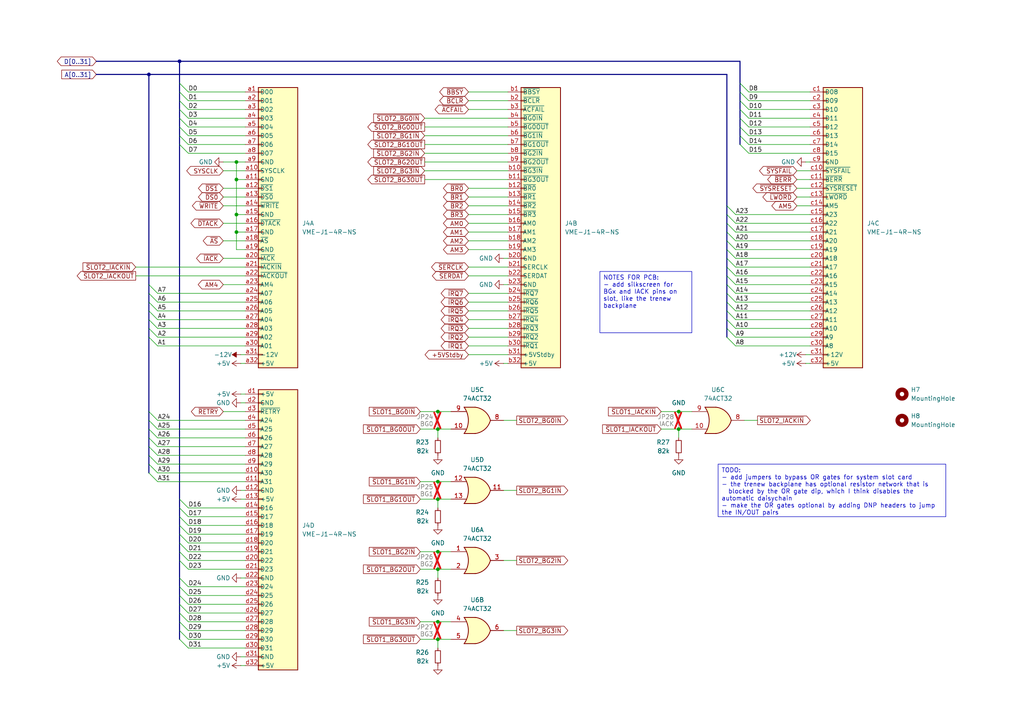
<source format=kicad_sch>
(kicad_sch (version 20231120) (generator "eeschema") (generator_version "8.0")
  (paper "A4")
  (title_block (title "6-Slot Backplane") (rev "1"))
  (lib_symbols
    (symbol "74xx:74LS32" (pin_names (offset 1.016))
      (property "Reference" "U" (at 0 1.27 0))
      (property "Value" "74LS32" (at 0 -1.27 0))
      (symbol "74LS32_1_1"
        (pin input line (at -7.62 2.54 0) (length 4.318) (name "~") (number "1"))
        (pin input line (at -7.62 -2.54 0) (length 4.318) (name "~") (number "2"))
        (pin output line (at 7.62 0 180) (length 3.81) (name "~") (number "3"))
      )
      (symbol "74LS32_1_2"
        (pin input inverted (at -7.62 2.54 0) (length 3.81) (name "~") (number "1"))
        (pin input inverted (at -7.62 -2.54 0) (length 3.81) (name "~") (number "2"))
        (pin output inverted (at 7.62 0 180) (length 3.81) (name "~") (number "3"))
      )
      (symbol "74LS32_2_1"
        (pin input line (at -7.62 2.54 0) (length 4.318) (name "~") (number "4"))
        (pin input line (at -7.62 -2.54 0) (length 4.318) (name "~") (number "5"))
        (pin output line (at 7.62 0 180) (length 3.81) (name "~") (number "6"))
      )
      (symbol "74LS32_2_2"
        (pin input inverted (at -7.62 2.54 0) (length 3.81) (name "~") (number "4"))
        (pin input inverted (at -7.62 -2.54 0) (length 3.81) (name "~") (number "5"))
        (pin output inverted (at 7.62 0 180) (length 3.81) (name "~") (number "6"))
      )
      (symbol "74LS32_3_1"
        (pin input line (at -7.62 -2.54 0) (length 4.318) (name "~") (number "10"))
        (pin output line (at 7.62 0 180) (length 3.81) (name "~") (number "8"))
        (pin input line (at -7.62 2.54 0) (length 4.318) (name "~") (number "9"))
      )
      (symbol "74LS32_3_2"
        (pin input inverted (at -7.62 -2.54 0) (length 3.81) (name "~") (number "10"))
        (pin output inverted (at 7.62 0 180) (length 3.81) (name "~") (number "8"))
        (pin input inverted (at -7.62 2.54 0) (length 3.81) (name "~") (number "9"))
      )
      (symbol "74LS32_4_1"
        (pin output line (at 7.62 0 180) (length 3.81) (name "~") (number "11"))
        (pin input line (at -7.62 2.54 0) (length 4.318) (name "~") (number "12"))
        (pin input line (at -7.62 -2.54 0) (length 4.318) (name "~") (number "13"))
      )
      (symbol "74LS32_4_2"
        (pin output inverted (at 7.62 0 180) (length 3.81) (name "~") (number "11"))
        (pin input inverted (at -7.62 2.54 0) (length 3.81) (name "~") (number "12"))
        (pin input inverted (at -7.62 -2.54 0) (length 3.81) (name "~") (number "13"))
      )
      (symbol "74LS32_5_0"
        (pin power_in line (at 0 12.7 270) (length 5.08) (name "VCC") (number "14"))
        (pin power_in line (at 0 -12.7 90) (length 5.08) (name "GND") (number "7"))
      )
    )
    (symbol "Computie_Connectors:VME64-J1-4R-NS"
      (property "Reference" "U" (at 0 40.64 0))
      (property "Value" "VME-J1-4R-NS" (at 0 40.64 0))
      (symbol "VME64-J1-4R-NS_1_1"
        (pin bidirectional line (at -5.08 38.1 0) (length 3.81) (name "D00") (number "a1"))
        (pin input line (at -5.08 15.24 0) (length 3.81) (name "SYSCLK") (number "a10"))
        (pin power_in line (at -5.08 12.7 0) (length 3.81) (name "GND") (number "a11"))
        (pin bidirectional line (at -5.08 10.16 0) (length 3.81) (name "~{DS1}") (number "a12"))
        (pin bidirectional line (at -5.08 7.62 0) (length 3.81) (name "~{DS0}") (number "a13"))
        (pin bidirectional line (at -5.08 5.08 0) (length 3.81) (name "~{WRITE}") (number "a14"))
        (pin power_in line (at -5.08 2.54 0) (length 3.81) (name "GND") (number "a15"))
        (pin bidirectional line (at -5.08 0 0) (length 3.81) (name "~{DTACK}") (number "a16"))
        (pin power_in line (at -5.08 -2.54 0) (length 3.81) (name "GND") (number "a17"))
        (pin bidirectional line (at -5.08 -5.08 0) (length 3.81) (name "~{AS}") (number "a18"))
        (pin power_in line (at -5.08 -7.62 0) (length 3.81) (name "GND") (number "a19"))
        (pin bidirectional line (at -5.08 35.56 0) (length 3.81) (name "D01") (number "a2"))
        (pin bidirectional line (at -5.08 -10.16 0) (length 3.81) (name "~{IACK}") (number "a20"))
        (pin output line (at -5.08 -12.7 0) (length 3.81) (name "~{IACKIN}") (number "a21"))
        (pin input line (at -5.08 -15.24 0) (length 3.81) (name "~{IACKOUT}") (number "a22"))
        (pin bidirectional line (at -5.08 -17.78 0) (length 3.81) (name "AM4") (number "a23"))
        (pin bidirectional line (at -5.08 -20.32 0) (length 3.81) (name "A07") (number "a24"))
        (pin bidirectional line (at -5.08 -22.86 0) (length 3.81) (name "A06") (number "a25"))
        (pin bidirectional line (at -5.08 -25.4 0) (length 3.81) (name "A05") (number "a26"))
        (pin bidirectional line (at -5.08 -27.94 0) (length 3.81) (name "A04") (number "a27"))
        (pin bidirectional line (at -5.08 -30.48 0) (length 3.81) (name "A03") (number "a28"))
        (pin bidirectional line (at -5.08 -33.02 0) (length 3.81) (name "A02") (number "a29"))
        (pin bidirectional line (at -5.08 33.02 0) (length 3.81) (name "D02") (number "a3"))
        (pin bidirectional line (at -5.08 -35.56 0) (length 3.81) (name "A01") (number "a30"))
        (pin power_in line (at -5.08 -38.1 0) (length 3.81) (name "-12V") (number "a31"))
        (pin power_in line (at -5.08 -40.64 0) (length 3.81) (name "+5V") (number "a32"))
        (pin bidirectional line (at -5.08 30.48 0) (length 3.81) (name "D03") (number "a4"))
        (pin bidirectional line (at -5.08 27.94 0) (length 3.81) (name "D04") (number "a5"))
        (pin bidirectional line (at -5.08 25.4 0) (length 3.81) (name "D05") (number "a6"))
        (pin bidirectional line (at -5.08 22.86 0) (length 3.81) (name "D06") (number "a7"))
        (pin bidirectional line (at -5.08 20.32 0) (length 3.81) (name "D07") (number "a8"))
        (pin power_in line (at -5.08 17.78 0) (length 3.81) (name "GND") (number "a9"))
      )
      (symbol "VME64-J1-4R-NS_2_1"
        (pin bidirectional line (at -5.08 38.1 0) (length 3.81) (name "~{BBSY}") (number "b1"))
        (pin output line (at -5.08 15.24 0) (length 3.81) (name "~{BG3IN}") (number "b10"))
        (pin input line (at -5.08 12.7 0) (length 3.81) (name "~{BG3OUT}") (number "b11"))
        (pin bidirectional line (at -5.08 10.16 0) (length 3.81) (name "~{BR0}") (number "b12"))
        (pin bidirectional line (at -5.08 7.62 0) (length 3.81) (name "~{BR1}") (number "b13"))
        (pin bidirectional line (at -5.08 5.08 0) (length 3.81) (name "~{BR2}") (number "b14"))
        (pin bidirectional line (at -5.08 2.54 0) (length 3.81) (name "~{BR3}") (number "b15"))
        (pin bidirectional line (at -5.08 0 0) (length 3.81) (name "AM0") (number "b16"))
        (pin bidirectional line (at -5.08 -2.54 0) (length 3.81) (name "AM1") (number "b17"))
        (pin bidirectional line (at -5.08 -5.08 0) (length 3.81) (name "AM2") (number "b18"))
        (pin bidirectional line (at -5.08 -7.62 0) (length 3.81) (name "AM3") (number "b19"))
        (pin bidirectional line (at -5.08 35.56 0) (length 3.81) (name "~{BCLR}") (number "b2"))
        (pin power_in line (at -5.08 -10.16 0) (length 3.81) (name "GND") (number "b20"))
        (pin bidirectional line (at -5.08 -12.7 0) (length 3.81) (name "SERCLK") (number "b21"))
        (pin bidirectional line (at -5.08 -15.24 0) (length 3.81) (name "SERDAT") (number "b22"))
        (pin power_in line (at -5.08 -17.78 0) (length 3.81) (name "GND") (number "b23"))
        (pin bidirectional line (at -5.08 -20.32 0) (length 3.81) (name "~{IRQ7}") (number "b24"))
        (pin bidirectional line (at -5.08 -22.86 0) (length 3.81) (name "~{IRQ6}") (number "b25"))
        (pin bidirectional line (at -5.08 -25.4 0) (length 3.81) (name "~{IRQ5}") (number "b26"))
        (pin bidirectional line (at -5.08 -27.94 0) (length 3.81) (name "~{IRQ4}") (number "b27"))
        (pin bidirectional line (at -5.08 -30.48 0) (length 3.81) (name "~{IRQ3}") (number "b28"))
        (pin bidirectional line (at -5.08 -33.02 0) (length 3.81) (name "~{IRQ2}") (number "b29"))
        (pin input line (at -5.08 33.02 0) (length 3.81) (name "~{ACFAIL}") (number "b3"))
        (pin bidirectional line (at -5.08 -35.56 0) (length 3.81) (name "~{IRQ1}") (number "b30"))
        (pin power_in line (at -5.08 -38.1 0) (length 3.81) (name "+5VStdby") (number "b31"))
        (pin power_in line (at -5.08 -40.64 0) (length 3.81) (name "+5V") (number "b32"))
        (pin output line (at -5.08 30.48 0) (length 3.81) (name "~{BG0IN}") (number "b4"))
        (pin input line (at -5.08 27.94 0) (length 3.81) (name "~{BG0OUT}") (number "b5"))
        (pin output line (at -5.08 25.4 0) (length 3.81) (name "~{BG1IN}") (number "b6"))
        (pin input line (at -5.08 22.86 0) (length 3.81) (name "~{BG1OUT}") (number "b7"))
        (pin output line (at -5.08 20.32 0) (length 3.81) (name "~{BG2IN}") (number "b8"))
        (pin input line (at -5.08 17.78 0) (length 3.81) (name "~{BG2OUT}") (number "b9"))
      )
      (symbol "VME64-J1-4R-NS_3_1"
        (pin bidirectional line (at -5.08 38.1 0) (length 3.81) (name "D08") (number "c1"))
        (pin bidirectional line (at -5.08 15.24 0) (length 3.81) (name "~{SYSFAIL}") (number "c10"))
        (pin bidirectional line (at -5.08 12.7 0) (length 3.81) (name "~{BERR}") (number "c11"))
        (pin bidirectional line (at -5.08 10.16 0) (length 3.81) (name "~{SYSRESET}") (number "c12"))
        (pin bidirectional line (at -5.08 7.62 0) (length 3.81) (name "~{LWORD}") (number "c13"))
        (pin bidirectional line (at -5.08 5.08 0) (length 3.81) (name "AM5") (number "c14"))
        (pin bidirectional line (at -5.08 2.54 0) (length 3.81) (name "A23") (number "c15"))
        (pin bidirectional line (at -5.08 0 0) (length 3.81) (name "A22") (number "c16"))
        (pin bidirectional line (at -5.08 -2.54 0) (length 3.81) (name "A21") (number "c17"))
        (pin bidirectional line (at -5.08 -5.08 0) (length 3.81) (name "A20") (number "c18"))
        (pin bidirectional line (at -5.08 -7.62 0) (length 3.81) (name "A19") (number "c19"))
        (pin bidirectional line (at -5.08 35.56 0) (length 3.81) (name "D09") (number "c2"))
        (pin bidirectional line (at -5.08 -10.16 0) (length 3.81) (name "A18") (number "c20"))
        (pin bidirectional line (at -5.08 -12.7 0) (length 3.81) (name "A17") (number "c21"))
        (pin bidirectional line (at -5.08 -15.24 0) (length 3.81) (name "A16") (number "c22"))
        (pin bidirectional line (at -5.08 -17.78 0) (length 3.81) (name "A15") (number "c23"))
        (pin bidirectional line (at -5.08 -20.32 0) (length 3.81) (name "A14") (number "c24"))
        (pin bidirectional line (at -5.08 -22.86 0) (length 3.81) (name "A13") (number "c25"))
        (pin bidirectional line (at -5.08 -25.4 0) (length 3.81) (name "A12") (number "c26"))
        (pin bidirectional line (at -5.08 -27.94 0) (length 3.81) (name "A11") (number "c27"))
        (pin bidirectional line (at -5.08 -30.48 0) (length 3.81) (name "A10") (number "c28"))
        (pin bidirectional line (at -5.08 -33.02 0) (length 3.81) (name "A9") (number "c29"))
        (pin bidirectional line (at -5.08 33.02 0) (length 3.81) (name "D10") (number "c3"))
        (pin bidirectional line (at -5.08 -35.56 0) (length 3.81) (name "A8") (number "c30"))
        (pin power_in line (at -5.08 -38.1 0) (length 3.81) (name "+12V") (number "c31"))
        (pin power_in line (at -5.08 -40.64 0) (length 3.81) (name "+5V") (number "c32"))
        (pin bidirectional line (at -5.08 30.48 0) (length 3.81) (name "D11") (number "c4"))
        (pin bidirectional line (at -5.08 27.94 0) (length 3.81) (name "D12") (number "c5"))
        (pin bidirectional line (at -5.08 25.4 0) (length 3.81) (name "D13") (number "c6"))
        (pin bidirectional line (at -5.08 22.86 0) (length 3.81) (name "D14") (number "c7"))
        (pin bidirectional line (at -5.08 20.32 0) (length 3.81) (name "D15") (number "c8"))
        (pin power_in line (at -5.08 17.78 0) (length 3.81) (name "GND") (number "c9"))
      )
      (symbol "VME64-J1-4R-NS_4_1"
        (pin power_in line (at -5.08 38.1 0) (length 3.81) (name "+5V") (number "d1"))
        (pin bidirectional line (at -5.08 15.24 0) (length 3.81) (name "A30") (number "d10"))
        (pin bidirectional line (at -5.08 12.7 0) (length 3.81) (name "A31") (number "d11"))
        (pin power_in line (at -5.08 10.16 0) (length 3.81) (name "GND") (number "d12"))
        (pin power_in line (at -5.08 7.62 0) (length 3.81) (name "+5V") (number "d13"))
        (pin bidirectional line (at -5.08 5.08 0) (length 3.81) (name "D16") (number "d14"))
        (pin bidirectional line (at -5.08 2.54 0) (length 3.81) (name "D17") (number "d15"))
        (pin bidirectional line (at -5.08 0 0) (length 3.81) (name "D18") (number "d16"))
        (pin bidirectional line (at -5.08 -2.54 0) (length 3.81) (name "D19") (number "d17"))
        (pin bidirectional line (at -5.08 -5.08 0) (length 3.81) (name "D20") (number "d18"))
        (pin bidirectional line (at -5.08 -7.62 0) (length 3.81) (name "D21") (number "d19"))
        (pin power_in line (at -5.08 35.56 0) (length 3.81) (name "GND") (number "d2"))
        (pin bidirectional line (at -5.08 -10.16 0) (length 3.81) (name "D22") (number "d20"))
        (pin bidirectional line (at -5.08 -12.7 0) (length 3.81) (name "D23") (number "d21"))
        (pin power_in line (at -5.08 -15.24 0) (length 3.81) (name "GND") (number "d22"))
        (pin bidirectional line (at -5.08 -17.78 0) (length 3.81) (name "D24") (number "d23"))
        (pin bidirectional line (at -5.08 -20.32 0) (length 3.81) (name "D25") (number "d24"))
        (pin bidirectional line (at -5.08 -22.86 0) (length 3.81) (name "D26") (number "d25"))
        (pin bidirectional line (at -5.08 -25.4 0) (length 3.81) (name "D27") (number "d26"))
        (pin bidirectional line (at -5.08 -27.94 0) (length 3.81) (name "D28") (number "d27"))
        (pin bidirectional line (at -5.08 -30.48 0) (length 3.81) (name "D29") (number "d28"))
        (pin bidirectional line (at -5.08 -33.02 0) (length 3.81) (name "D30") (number "d29"))
        (pin bidirectional line (at -5.08 33.02 0) (length 3.81) (name "~{RETRY}") (number "d3"))
        (pin bidirectional line (at -5.08 -35.56 0) (length 3.81) (name "D31") (number "d30"))
        (pin power_in line (at -5.08 -38.1 0) (length 3.81) (name "GND") (number "d31"))
        (pin power_in line (at -5.08 -40.64 0) (length 3.81) (name "+5V") (number "d32"))
        (pin bidirectional line (at -5.08 30.48 0) (length 3.81) (name "A24") (number "d4"))
        (pin bidirectional line (at -5.08 27.94 0) (length 3.81) (name "A25") (number "d5"))
        (pin bidirectional line (at -5.08 25.4 0) (length 3.81) (name "A26") (number "d6"))
        (pin bidirectional line (at -5.08 22.86 0) (length 3.81) (name "A27") (number "d7"))
        (pin bidirectional line (at -5.08 20.32 0) (length 3.81) (name "A28") (number "d8"))
        (pin bidirectional line (at -5.08 17.78 0) (length 3.81) (name "A29") (number "d9"))
      )
    )
    (symbol "Device:R_Small" (pin_numbers hide) (pin_names (offset 0.254) hide)
      (property "Reference" "R" (at 0.762 0.508 0))
      (property "Value" "R_Small" (at 0.762 -1.016 0))
      (symbol "R_Small_1_1"
        (pin passive line (at 0 2.54 270) (length 0.762) (name "~") (number "1"))
        (pin passive line (at 0 -2.54 90) (length 0.762) (name "~") (number "2"))
      )
    )
    (symbol "Jumper:Jumper_2_Small_Bridged" (pin_numbers hide) (pin_names (offset 0) hide) (exclude_from_sim yes)
      (property "Reference" "JP" (at 0 2.032 0))
      (property "Value" "Jumper_2_Small_Bridged" (at 0 -2.286 0))
      (symbol "Jumper_2_Small_Bridged_1_1"
        (pin passive line (at -2.54 0 0) (length 1.27) (name "A") (number "1"))
        (pin passive line (at 2.54 0 180) (length 1.27) (name "B") (number "2"))
      )
    )
    (symbol "Mechanical:MountingHole" (pin_names (offset 1.016))
      (property "Reference" "H" (at 0 5.08 0))
      (property "Value" "MountingHole" (at 0 3.175 0))
    )
    (symbol "power:+12V" (power) (pin_numbers hide) (pin_names (offset 0) hide)
      (property "Value" "+12V" (at 0 3.556 0))
      (symbol "+12V_1_1"
        (pin power_in line (at 0 0 90) (length 0) (name "~") (number "1"))
      )
    )
    (symbol "power:+5V" (power) (pin_numbers hide) (pin_names (offset 0) hide)
      (property "Value" "+5V" (at 0 3.556 0))
      (symbol "+5V_1_1"
        (pin power_in line (at 0 0 90) (length 0) (name "~") (number "1"))
      )
    )
    (symbol "power:-12V" (power) (pin_numbers hide) (pin_names (offset 0) hide)
      (property "Value" "-12V" (at 0 3.556 0))
      (symbol "-12V_0_0"
        (pin power_in line (at 0 0 90) (length 0) (name "~") (number "1"))
      )
    )
    (symbol "power:GND" (power) (pin_names (offset 0))
      (property "Value" "GND" (at 0 -3.81 0))
      (symbol "GND_1_1"
        (pin power_in line (at 0 0 270) (length 0) hide (name "GND") (number "1"))
      )
    )
  )
  (junction (at 127 124.46))
  (junction (at 68.58 62.23))
  (junction (at 196.85 119.38))
  (junction (at 127 139.7))
  (junction (at 127 119.38))
  (junction (at 43.18 21.59))
  (junction (at 68.58 46.99))
  (junction (at 127 180.34))
  (junction (at 127 144.78))
  (junction (at 68.58 52.07))
  (junction (at 127 185.42))
  (junction (at 68.58 67.31))
  (junction (at 196.85 124.46))
  (junction (at 127 165.1))
  (junction (at 127 160.02))
  (junction (at 52.07 17.78))
  (bus_entry (at 54.61 185.42) (size -2.54 -2.54))
  (bus_entry (at 54.61 36.83) (size -2.54 -2.54))
  (bus_entry (at 54.61 187.96) (size -2.54 -2.54))
  (bus_entry (at 213.36 95.25) (size -2.54 -2.54))
  (bus_entry (at 54.61 157.48) (size -2.54 -2.54))
  (bus_entry (at 54.61 149.86) (size -2.54 -2.54))
  (bus_entry (at 45.72 139.7) (size -2.54 -2.54))
  (bus_entry (at 45.72 132.08) (size -2.54 -2.54))
  (bus_entry (at 213.36 90.17) (size -2.54 -2.54))
  (bus_entry (at 213.36 72.39) (size -2.54 -2.54))
  (bus_entry (at 213.36 92.71) (size -2.54 -2.54))
  (bus_entry (at 45.72 137.16) (size -2.54 -2.54))
  (bus_entry (at 45.72 100.33) (size -2.54 -2.54))
  (bus_entry (at 217.17 29.21) (size -2.54 -2.54))
  (bus_entry (at 54.61 180.34) (size -2.54 -2.54))
  (bus_entry (at 54.61 147.32) (size -2.54 -2.54))
  (bus_entry (at 45.72 85.09) (size -2.54 -2.54))
  (bus_entry (at 213.36 69.85) (size -2.54 -2.54))
  (bus_entry (at 213.36 80.01) (size -2.54 -2.54))
  (bus_entry (at 213.36 74.93) (size -2.54 -2.54))
  (bus_entry (at 54.61 172.72) (size -2.54 -2.54))
  (bus_entry (at 54.61 26.67) (size -2.54 -2.54))
  (bus_entry (at 213.36 62.23) (size -2.54 -2.54))
  (bus_entry (at 54.61 41.91) (size -2.54 -2.54))
  (bus_entry (at 45.72 87.63) (size -2.54 -2.54))
  (bus_entry (at 54.61 39.37) (size -2.54 -2.54))
  (bus_entry (at 217.17 39.37) (size -2.54 -2.54))
  (bus_entry (at 45.72 97.79) (size -2.54 -2.54))
  (bus_entry (at 217.17 44.45) (size -2.54 -2.54))
  (bus_entry (at 45.72 134.62) (size -2.54 -2.54))
  (bus_entry (at 54.61 31.75) (size -2.54 -2.54))
  (bus_entry (at 213.36 82.55) (size -2.54 -2.54))
  (bus_entry (at 45.72 95.25) (size -2.54 -2.54))
  (bus_entry (at 45.72 92.71) (size -2.54 -2.54))
  (bus_entry (at 213.36 100.33) (size -2.54 -2.54))
  (bus_entry (at 217.17 31.75) (size -2.54 -2.54))
  (bus_entry (at 54.61 160.02) (size -2.54 -2.54))
  (bus_entry (at 54.61 165.1) (size -2.54 -2.54))
  (bus_entry (at 54.61 44.45) (size -2.54 -2.54))
  (bus_entry (at 54.61 154.94) (size -2.54 -2.54))
  (bus_entry (at 54.61 182.88) (size -2.54 -2.54))
  (bus_entry (at 54.61 175.26) (size -2.54 -2.54))
  (bus_entry (at 213.36 87.63) (size -2.54 -2.54))
  (bus_entry (at 217.17 36.83) (size -2.54 -2.54))
  (bus_entry (at 213.36 67.31) (size -2.54 -2.54))
  (bus_entry (at 54.61 177.8) (size -2.54 -2.54))
  (bus_entry (at 213.36 77.47) (size -2.54 -2.54))
  (bus_entry (at 54.61 34.29) (size -2.54 -2.54))
  (bus_entry (at 217.17 26.67) (size -2.54 -2.54))
  (bus_entry (at 45.72 127) (size -2.54 -2.54))
  (bus_entry (at 217.17 34.29) (size -2.54 -2.54))
  (bus_entry (at 45.72 129.54) (size -2.54 -2.54))
  (bus_entry (at 54.61 152.4) (size -2.54 -2.54))
  (bus_entry (at 217.17 41.91) (size -2.54 -2.54))
  (bus_entry (at 54.61 170.18) (size -2.54 -2.54))
  (bus_entry (at 54.61 29.21) (size -2.54 -2.54))
  (bus_entry (at 213.36 64.77) (size -2.54 -2.54))
  (bus_entry (at 213.36 85.09) (size -2.54 -2.54))
  (bus_entry (at 54.61 162.56) (size -2.54 -2.54))
  (bus_entry (at 45.72 90.17) (size -2.54 -2.54))
  (bus_entry (at 45.72 124.46) (size -2.54 -2.54))
  (bus_entry (at 213.36 97.79) (size -2.54 -2.54))
  (bus_entry (at 45.72 121.92) (size -2.54 -2.54))
  (wire (pts (xy 64.77 54.61) (xy 71.12 54.61)))
  (wire (pts (xy 123.19 34.29) (xy 147.32 34.29)))
  (bus (pts (xy 210.82 82.55) (xy 210.82 85.09)))
  (bus (pts (xy 43.18 92.71) (xy 43.18 90.17)))
  (bus (pts (xy 52.07 34.29) (xy 52.07 36.83)))
  (wire (pts (xy 127 185.42) (xy 127 187.96)))
  (wire (pts (xy 217.17 26.67) (xy 234.95 26.67)))
  (wire (pts (xy 231.14 54.61) (xy 234.95 54.61)))
  (wire (pts (xy 54.61 160.02) (xy 71.12 160.02)))
  (bus (pts (xy 210.82 59.69) (xy 210.82 62.23)))
  (wire (pts (xy 213.36 69.85) (xy 234.95 69.85)))
  (bus (pts (xy 52.07 175.26) (xy 52.07 177.8)))
  (wire (pts (xy 213.36 87.63) (xy 234.95 87.63)))
  (wire (pts (xy 135.89 69.85) (xy 147.32 69.85)))
  (bus (pts (xy 52.07 172.72) (xy 52.07 175.26)))
  (bus (pts (xy 210.82 64.77) (xy 210.82 67.31)))
  (wire (pts (xy 71.12 67.31) (xy 68.58 67.31)))
  (bus (pts (xy 214.63 34.29) (xy 214.63 36.83)))
  (wire (pts (xy 121.92 180.34) (xy 127 180.34)))
  (wire (pts (xy 45.72 139.7) (xy 71.12 139.7)))
  (bus (pts (xy 52.07 31.75) (xy 52.07 34.29)))
  (wire (pts (xy 54.61 187.96) (xy 71.12 187.96)))
  (wire (pts (xy 64.77 119.38) (xy 71.12 119.38)))
  (wire (pts (xy 213.36 77.47) (xy 234.95 77.47)))
  (bus (pts (xy 52.07 149.86) (xy 52.07 152.4)))
  (wire (pts (xy 69.85 102.87) (xy 71.12 102.87)))
  (wire (pts (xy 54.61 39.37) (xy 71.12 39.37)))
  (wire (pts (xy 123.19 46.99) (xy 147.32 46.99)))
  (wire (pts (xy 127 139.7) (xy 130.81 139.7)))
  (wire (pts (xy 64.77 69.85) (xy 71.12 69.85)))
  (wire (pts (xy 146.05 162.56) (xy 149.86 162.56)))
  (wire (pts (xy 135.89 90.17) (xy 147.32 90.17)))
  (wire (pts (xy 54.61 182.88) (xy 71.12 182.88)))
  (wire (pts (xy 64.77 57.15) (xy 71.12 57.15)))
  (wire (pts (xy 45.72 124.46) (xy 71.12 124.46)))
  (bus (pts (xy 210.82 95.25) (xy 210.82 97.79)))
  (wire (pts (xy 69.85 193.04) (xy 71.12 193.04)))
  (wire (pts (xy 45.72 137.16) (xy 71.12 137.16)))
  (wire (pts (xy 146.05 82.55) (xy 147.32 82.55)))
  (wire (pts (xy 45.72 129.54) (xy 71.12 129.54)))
  (wire (pts (xy 135.89 31.75) (xy 147.32 31.75)))
  (bus (pts (xy 214.63 39.37) (xy 214.63 41.91)))
  (wire (pts (xy 135.89 26.67) (xy 147.32 26.67)))
  (wire (pts (xy 217.17 34.29) (xy 234.95 34.29)))
  (bus (pts (xy 214.63 29.21) (xy 214.63 31.75)))
  (wire (pts (xy 213.36 100.33) (xy 234.95 100.33)))
  (wire (pts (xy 231.14 52.07) (xy 234.95 52.07)))
  (bus (pts (xy 43.18 85.09) (xy 43.18 87.63)))
  (bus (pts (xy 214.63 17.78) (xy 214.63 24.13)))
  (wire (pts (xy 45.72 97.79) (xy 71.12 97.79)))
  (bus (pts (xy 52.07 170.18) (xy 52.07 172.72)))
  (bus (pts (xy 52.07 36.83) (xy 52.07 39.37)))
  (wire (pts (xy 64.77 82.55) (xy 71.12 82.55)))
  (wire (pts (xy 127 144.78) (xy 127 147.32)))
  (wire (pts (xy 71.12 190.5) (xy 69.85 190.5)))
  (wire (pts (xy 127 180.34) (xy 130.81 180.34)))
  (bus (pts (xy 43.18 95.25) (xy 43.18 92.71)))
  (wire (pts (xy 231.14 49.53) (xy 234.95 49.53)))
  (bus (pts (xy 52.07 147.32) (xy 52.07 149.86)))
  (wire (pts (xy 39.37 77.47) (xy 71.12 77.47)))
  (bus (pts (xy 52.07 39.37) (xy 52.07 41.91)))
  (wire (pts (xy 215.9 121.92) (xy 219.71 121.92)))
  (bus (pts (xy 210.82 21.59) (xy 210.82 59.69)))
  (wire (pts (xy 45.72 95.25) (xy 71.12 95.25)))
  (wire (pts (xy 71.12 116.84) (xy 69.85 116.84)))
  (wire (pts (xy 69.85 114.3) (xy 71.12 114.3)))
  (bus (pts (xy 210.82 62.23) (xy 210.82 64.77)))
  (wire (pts (xy 217.17 39.37) (xy 234.95 39.37)))
  (bus (pts (xy 214.63 24.13) (xy 214.63 26.67)))
  (bus (pts (xy 214.63 31.75) (xy 214.63 34.29)))
  (wire (pts (xy 68.58 46.99) (xy 68.58 52.07)))
  (wire (pts (xy 69.85 142.24) (xy 71.12 142.24)))
  (bus (pts (xy 52.07 180.34) (xy 52.07 182.88)))
  (bus (pts (xy 52.07 177.8) (xy 52.07 180.34)))
  (wire (pts (xy 233.68 105.41) (xy 234.95 105.41)))
  (bus (pts (xy 52.07 182.88) (xy 52.07 185.42)))
  (wire (pts (xy 146.05 182.88) (xy 149.86 182.88)))
  (wire (pts (xy 135.89 97.79) (xy 147.32 97.79)))
  (wire (pts (xy 68.58 52.07) (xy 68.58 62.23)))
  (wire (pts (xy 135.89 57.15) (xy 147.32 57.15)))
  (wire (pts (xy 135.89 54.61) (xy 147.32 54.61)))
  (wire (pts (xy 69.85 167.64) (xy 71.12 167.64)))
  (wire (pts (xy 213.36 74.93) (xy 234.95 74.93)))
  (wire (pts (xy 54.61 147.32) (xy 71.12 147.32)))
  (wire (pts (xy 121.92 160.02) (xy 127 160.02)))
  (wire (pts (xy 54.61 31.75) (xy 71.12 31.75)))
  (bus (pts (xy 43.18 134.62) (xy 43.18 137.16)))
  (wire (pts (xy 54.61 44.45) (xy 71.12 44.45)))
  (wire (pts (xy 71.12 52.07) (xy 68.58 52.07)))
  (wire (pts (xy 54.61 172.72) (xy 71.12 172.72)))
  (wire (pts (xy 135.89 102.87) (xy 147.32 102.87)))
  (wire (pts (xy 135.89 95.25) (xy 147.32 95.25)))
  (wire (pts (xy 121.92 165.1) (xy 127 165.1)))
  (wire (pts (xy 217.17 29.21) (xy 234.95 29.21)))
  (bus (pts (xy 52.07 144.78) (xy 52.07 147.32)))
  (wire (pts (xy 217.17 31.75) (xy 234.95 31.75)))
  (bus (pts (xy 52.07 162.56) (xy 52.07 167.64)))
  (bus (pts (xy 27.94 21.59) (xy 43.18 21.59)))
  (wire (pts (xy 45.72 132.08) (xy 71.12 132.08)))
  (bus (pts (xy 210.82 67.31) (xy 210.82 69.85)))
  (wire (pts (xy 45.72 87.63) (xy 71.12 87.63)))
  (wire (pts (xy 213.36 72.39) (xy 234.95 72.39)))
  (wire (pts (xy 127 124.46) (xy 130.81 124.46)))
  (wire (pts (xy 64.77 59.69) (xy 71.12 59.69)))
  (bus (pts (xy 210.82 92.71) (xy 210.82 95.25)))
  (wire (pts (xy 123.19 39.37) (xy 147.32 39.37)))
  (wire (pts (xy 127 160.02) (xy 130.81 160.02)))
  (wire (pts (xy 123.19 41.91) (xy 147.32 41.91)))
  (wire (pts (xy 146.05 105.41) (xy 147.32 105.41)))
  (wire (pts (xy 45.72 121.92) (xy 71.12 121.92)))
  (wire (pts (xy 45.72 100.33) (xy 71.12 100.33)))
  (wire (pts (xy 213.36 85.09) (xy 234.95 85.09)))
  (bus (pts (xy 43.18 82.55) (xy 43.18 85.09)))
  (wire (pts (xy 45.72 85.09) (xy 71.12 85.09)))
  (wire (pts (xy 191.77 124.46) (xy 196.85 124.46)))
  (wire (pts (xy 213.36 62.23) (xy 234.95 62.23)))
  (bus (pts (xy 43.18 127) (xy 43.18 129.54)))
  (bus (pts (xy 214.63 36.83) (xy 214.63 39.37)))
  (wire (pts (xy 54.61 154.94) (xy 71.12 154.94)))
  (wire (pts (xy 231.14 59.69) (xy 234.95 59.69)))
  (wire (pts (xy 54.61 152.4) (xy 71.12 152.4)))
  (bus (pts (xy 43.18 97.79) (xy 43.18 119.38)))
  (wire (pts (xy 121.92 139.7) (xy 127 139.7)))
  (wire (pts (xy 135.89 72.39) (xy 147.32 72.39)))
  (bus (pts (xy 210.82 90.17) (xy 210.82 92.71)))
  (bus (pts (xy 52.07 17.78) (xy 214.63 17.78)))
  (bus (pts (xy 43.18 90.17) (xy 43.18 87.63)))
  (wire (pts (xy 196.85 124.46) (xy 200.66 124.46)))
  (bus (pts (xy 52.07 160.02) (xy 52.07 162.56)))
  (wire (pts (xy 127 165.1) (xy 127 167.64)))
  (bus (pts (xy 43.18 97.79) (xy 43.18 95.25)))
  (wire (pts (xy 54.61 34.29) (xy 71.12 34.29)))
  (bus (pts (xy 43.18 21.59) (xy 210.82 21.59)))
  (wire (pts (xy 64.77 46.99) (xy 68.58 46.99)))
  (wire (pts (xy 45.72 127) (xy 71.12 127)))
  (wire (pts (xy 64.77 49.53) (xy 71.12 49.53)))
  (wire (pts (xy 54.61 162.56) (xy 71.12 162.56)))
  (wire (pts (xy 213.36 64.77) (xy 234.95 64.77)))
  (bus (pts (xy 43.18 121.92) (xy 43.18 124.46)))
  (bus (pts (xy 52.07 29.21) (xy 52.07 31.75)))
  (wire (pts (xy 123.19 44.45) (xy 147.32 44.45)))
  (bus (pts (xy 210.82 72.39) (xy 210.82 74.93)))
  (wire (pts (xy 54.61 177.8) (xy 71.12 177.8)))
  (bus (pts (xy 27.94 17.78) (xy 52.07 17.78)))
  (wire (pts (xy 135.89 29.21) (xy 147.32 29.21)))
  (wire (pts (xy 213.36 92.71) (xy 234.95 92.71)))
  (wire (pts (xy 123.19 49.53) (xy 147.32 49.53)))
  (bus (pts (xy 210.82 69.85) (xy 210.82 72.39)))
  (wire (pts (xy 54.61 165.1) (xy 71.12 165.1)))
  (wire (pts (xy 213.36 97.79) (xy 234.95 97.79)))
  (wire (pts (xy 127 124.46) (xy 127 127)))
  (bus (pts (xy 210.82 74.93) (xy 210.82 77.47)))
  (wire (pts (xy 217.17 44.45) (xy 234.95 44.45)))
  (wire (pts (xy 54.61 175.26) (xy 71.12 175.26)))
  (wire (pts (xy 68.58 62.23) (xy 71.12 62.23)))
  (bus (pts (xy 210.82 80.01) (xy 210.82 82.55)))
  (wire (pts (xy 146.05 121.92) (xy 149.86 121.92)))
  (wire (pts (xy 213.36 67.31) (xy 234.95 67.31)))
  (wire (pts (xy 54.61 170.18) (xy 71.12 170.18)))
  (wire (pts (xy 135.89 67.31) (xy 147.32 67.31)))
  (bus (pts (xy 214.63 26.67) (xy 214.63 29.21)))
  (wire (pts (xy 54.61 180.34) (xy 71.12 180.34)))
  (wire (pts (xy 54.61 36.83) (xy 71.12 36.83)))
  (wire (pts (xy 64.77 64.77) (xy 71.12 64.77)))
  (wire (pts (xy 123.19 36.83) (xy 147.32 36.83)))
  (wire (pts (xy 123.19 52.07) (xy 147.32 52.07)))
  (wire (pts (xy 54.61 149.86) (xy 71.12 149.86)))
  (bus (pts (xy 43.18 21.59) (xy 43.18 82.55)))
  (wire (pts (xy 196.85 119.38) (xy 200.66 119.38)))
  (wire (pts (xy 135.89 100.33) (xy 147.32 100.33)))
  (wire (pts (xy 121.92 124.46) (xy 127 124.46)))
  (wire (pts (xy 121.92 144.78) (xy 127 144.78)))
  (wire (pts (xy 54.61 185.42) (xy 71.12 185.42)))
  (wire (pts (xy 217.17 36.83) (xy 234.95 36.83)))
  (wire (pts (xy 127 165.1) (xy 130.81 165.1)))
  (wire (pts (xy 135.89 87.63) (xy 147.32 87.63)))
  (bus (pts (xy 210.82 85.09) (xy 210.82 87.63)))
  (wire (pts (xy 127 185.42) (xy 130.81 185.42)))
  (bus (pts (xy 52.07 26.67) (xy 52.07 29.21)))
  (wire (pts (xy 127 144.78) (xy 130.81 144.78)))
  (wire (pts (xy 234.95 46.99) (xy 233.68 46.99)))
  (wire (pts (xy 233.68 102.87) (xy 234.95 102.87)))
  (wire (pts (xy 39.37 80.01) (xy 71.12 80.01)))
  (wire (pts (xy 54.61 41.91) (xy 71.12 41.91)))
  (wire (pts (xy 196.85 124.46) (xy 196.85 127)))
  (wire (pts (xy 54.61 29.21) (xy 71.12 29.21)))
  (wire (pts (xy 45.72 90.17) (xy 71.12 90.17)))
  (wire (pts (xy 121.92 119.38) (xy 127 119.38)))
  (bus (pts (xy 52.07 24.13) (xy 52.07 26.67)))
  (wire (pts (xy 135.89 77.47) (xy 147.32 77.47)))
  (bus (pts (xy 52.07 154.94) (xy 52.07 157.48)))
  (wire (pts (xy 121.92 185.42) (xy 127 185.42)))
  (wire (pts (xy 45.72 92.71) (xy 71.12 92.71)))
  (wire (pts (xy 213.36 95.25) (xy 234.95 95.25)))
  (wire (pts (xy 135.89 85.09) (xy 147.32 85.09)))
  (wire (pts (xy 191.77 119.38) (xy 196.85 119.38)))
  (wire (pts (xy 54.61 157.48) (xy 71.12 157.48)))
  (bus (pts (xy 210.82 77.47) (xy 210.82 80.01)))
  (wire (pts (xy 135.89 64.77) (xy 147.32 64.77)))
  (wire (pts (xy 69.85 105.41) (xy 71.12 105.41)))
  (wire (pts (xy 71.12 46.99) (xy 68.58 46.99)))
  (wire (pts (xy 54.61 26.67) (xy 71.12 26.67)))
  (wire (pts (xy 68.58 72.39) (xy 71.12 72.39)))
  (bus (pts (xy 52.07 157.48) (xy 52.07 160.02)))
  (wire (pts (xy 135.89 80.01) (xy 147.32 80.01)))
  (wire (pts (xy 45.72 134.62) (xy 71.12 134.62)))
  (wire (pts (xy 213.36 82.55) (xy 234.95 82.55)))
  (bus (pts (xy 43.18 124.46) (xy 43.18 127)))
  (wire (pts (xy 146.05 142.24) (xy 149.86 142.24)))
  (bus (pts (xy 43.18 119.38) (xy 43.18 121.92)))
  (wire (pts (xy 68.58 67.31) (xy 68.58 72.39)))
  (wire (pts (xy 135.89 59.69) (xy 147.32 59.69)))
  (wire (pts (xy 68.58 62.23) (xy 68.58 67.31)))
  (wire (pts (xy 135.89 62.23) (xy 147.32 62.23)))
  (wire (pts (xy 213.36 90.17) (xy 234.95 90.17)))
  (bus (pts (xy 52.07 167.64) (xy 52.07 170.18)))
  (bus (pts (xy 43.18 132.08) (xy 43.18 134.62)))
  (wire (pts (xy 127 119.38) (xy 130.81 119.38)))
  (wire (pts (xy 135.89 92.71) (xy 147.32 92.71)))
  (bus (pts (xy 43.18 129.54) (xy 43.18 132.08)))
  (bus (pts (xy 210.82 87.63) (xy 210.82 90.17)))
  (bus (pts (xy 52.07 152.4) (xy 52.07 154.94)))
  (wire (pts (xy 64.77 74.93) (xy 71.12 74.93)))
  (wire (pts (xy 217.17 41.91) (xy 234.95 41.91)))
  (wire (pts (xy 69.85 144.78) (xy 71.12 144.78)))
  (bus (pts (xy 52.07 17.78) (xy 52.07 24.13)))
  (wire (pts (xy 213.36 80.01) (xy 234.95 80.01)))
  (wire (pts (xy 146.05 74.93) (xy 147.32 74.93)))
  (wire (pts (xy 231.14 57.15) (xy 234.95 57.15)))
  (bus (pts (xy 52.07 41.91) (xy 52.07 144.78)))
  (text_box "NOTES FOR PCB:\n- add silkscreen for BGx and IACK pins on slot, like the trenew backplane" (at 173.99 78.74 0) (size 26.67 17.78) (effects (font (size 1.27 1.27)) (justify left top)))
  (text_box "TODO:\n- add jumpers to bypass OR gates for system slot card\n- the trenew backplane has optional resistor network that is\n  blocked by the OR gate dip, which I think disables the automatic daisychain\n- make the OR gates optional by adding DNP headers to jump the IN/OUT pairs" (at 208.28 134.62 0) (size 66.04 15.24) (effects (font (size 1.27 1.27)) (justify left top)))
  (label "A26" (at 45.72 127 0))
  (label "A4" (at 45.72 92.71 0))
  (label "A22" (at 213.36 64.77 0))
  (label "A9" (at 213.36 97.79 0))
  (label "D4" (at 54.61 36.83 0))
  (label "D11" (at 217.17 34.29 0))
  (label "A20" (at 213.36 69.85 0))
  (label "A31" (at 45.72 139.7 0))
  (label "A27" (at 45.72 129.54 0))
  (label "D29" (at 54.61 182.88 0))
  (label "D17" (at 54.61 149.86 0))
  (label "D28" (at 54.61 180.34 0))
  (label "D26" (at 54.61 175.26 0))
  (label "A11" (at 213.36 92.71 0))
  (label "A14" (at 213.36 85.09 0))
  (label "A16" (at 213.36 80.01 0))
  (label "D27" (at 54.61 177.8 0))
  (label "A29" (at 45.72 134.62 0))
  (label "D14" (at 217.17 41.91 0))
  (label "A12" (at 213.36 90.17 0))
  (label "A6" (at 45.72 87.63 0))
  (label "D15" (at 217.17 44.45 0))
  (label "D23" (at 54.61 165.1 0))
  (label "A23" (at 213.36 62.23 0))
  (label "D12" (at 217.17 36.83 0))
  (label "A28" (at 45.72 132.08 0))
  (label "A18" (at 213.36 74.93 0))
  (label "D2" (at 54.61 31.75 0))
  (label "D1" (at 54.61 29.21 0))
  (label "D10" (at 217.17 31.75 0))
  (label "D19" (at 54.61 154.94 0))
  (label "D30" (at 54.61 185.42 0))
  (label "D3" (at 54.61 34.29 0))
  (label "D18" (at 54.61 152.4 0))
  (label "D25" (at 54.61 172.72 0))
  (label "A13" (at 213.36 87.63 0))
  (label "D22" (at 54.61 162.56 0))
  (label "D7" (at 54.61 44.45 0))
  (label "D31" (at 54.61 187.96 0))
  (label "A3" (at 45.72 95.25 0))
  (label "A19" (at 213.36 72.39 0))
  (label "A15" (at 213.36 82.55 0))
  (label "D20" (at 54.61 157.48 0))
  (label "A17" (at 213.36 77.47 0))
  (label "A2" (at 45.72 97.79 0))
  (label "D0" (at 54.61 26.67 0))
  (label "A21" (at 213.36 67.31 0))
  (label "A24" (at 45.72 121.92 0))
  (label "D16" (at 54.61 147.32 0))
  (label "D5" (at 54.61 39.37 0))
  (label "A8" (at 213.36 100.33 0))
  (label "A30" (at 45.72 137.16 0))
  (label "D13" (at 217.17 39.37 0))
  (label "D9" (at 217.17 29.21 0))
  (label "D24" (at 54.61 170.18 0))
  (label "D8" (at 217.17 26.67 0))
  (label "D6" (at 54.61 41.91 0))
  (label "A25" (at 45.72 124.46 0))
  (label "A5" (at 45.72 90.17 0))
  (label "A10" (at 213.36 95.25 0))
  (label "A7" (at 45.72 85.09 0))
  (label "A1" (at 45.72 100.33 0))
  (label "D21" (at 54.61 160.02 0))
  (global_label "+5VStdby" (shape bidirectional) (at 135.89 102.87 180) (property "Intersheetrefs" "${INTERSHEET_REFS}" (effects (hide yes))))
  (global_label "SYSCLK" (shape bidirectional) (at 64.77 49.53 180) (property "Intersheetrefs" "${INTERSHEET_REFS}" (effects (hide yes))))
  (global_label "AM1" (shape bidirectional) (at 135.89 67.31 180) (property "Intersheetrefs" "${INTERSHEET_REFS}" (effects (hide yes))))
  (global_label "~{DS0}" (shape bidirectional) (at 64.77 57.15 180) (property "Intersheetrefs" "${INTERSHEET_REFS}" (effects (hide yes))))
  (global_label "AM0" (shape bidirectional) (at 135.89 64.77 180) (property "Intersheetrefs" "${INTERSHEET_REFS}" (effects (hide yes))))
  (global_label "~{WRITE}" (shape bidirectional) (at 64.77 59.69 180) (property "Intersheetrefs" "${INTERSHEET_REFS}" (effects (hide yes))))
  (global_label "~{SLOT2_IACKIN}" (shape input) (at 39.37 77.47 180) (property "Intersheetrefs" "${INTERSHEET_REFS}" (effects (hide yes))))
  (global_label "~{BCLR}" (shape bidirectional) (at 135.89 29.21 180) (property "Intersheetrefs" "${INTERSHEET_REFS}" (effects (hide yes))))
  (global_label "~{IRQ1}" (shape bidirectional) (at 135.89 100.33 180) (property "Intersheetrefs" "${INTERSHEET_REFS}" (effects (hide yes))))
  (global_label "~{ACFAIL}" (shape bidirectional) (at 135.89 31.75 180) (property "Intersheetrefs" "${INTERSHEET_REFS}" (effects (hide yes))))
  (global_label "~{LWORD}" (shape bidirectional) (at 231.14 57.15 180) (property "Intersheetrefs" "${INTERSHEET_REFS}" (effects (hide yes))))
  (global_label "~{SLOT2_BG0IN}" (shape input) (at 123.19 34.29 180) (property "Intersheetrefs" "${INTERSHEET_REFS}" (effects (hide yes))))
  (global_label "~{SERCLK}" (shape bidirectional) (at 135.89 77.47 180) (property "Intersheetrefs" "${INTERSHEET_REFS}" (effects (hide yes))))
  (global_label "~{SLOT2_IACKIN}" (shape output) (at 219.71 121.92 0) (property "Intersheetrefs" "${INTERSHEET_REFS}" (effects (hide yes))))
  (global_label "~{SLOT2_BG1IN}" (shape output) (at 149.86 142.24 0) (property "Intersheetrefs" "${INTERSHEET_REFS}" (effects (hide yes))))
  (global_label "~{SERDAT}" (shape bidirectional) (at 135.89 80.01 180) (property "Intersheetrefs" "${INTERSHEET_REFS}" (effects (hide yes))))
  (global_label "AM5" (shape bidirectional) (at 231.14 59.69 180) (property "Intersheetrefs" "${INTERSHEET_REFS}" (effects (hide yes))))
  (global_label "~{SLOT2_BG1OUT}" (shape output) (at 123.19 41.91 180) (property "Intersheetrefs" "${INTERSHEET_REFS}" (effects (hide yes))))
  (global_label "A[0..31]" (shape input) (at 27.94 21.59 180) (property "Intersheetrefs" "${INTERSHEET_REFS}" (effects (hide yes))))
  (global_label "~{SLOT2_BG2IN}" (shape output) (at 149.86 162.56 0) (property "Intersheetrefs" "${INTERSHEET_REFS}" (effects (hide yes))))
  (global_label "~{SLOT2_BG0OUT}" (shape output) (at 123.19 36.83 180) (property "Intersheetrefs" "${INTERSHEET_REFS}" (effects (hide yes))))
  (global_label "~{SLOT1_BG0IN}" (shape input) (at 121.92 119.38 180) (property "Intersheetrefs" "${INTERSHEET_REFS}" (effects (hide yes))))
  (global_label "~{SLOT1_BG3OUT}" (shape input) (at 121.92 185.42 180) (property "Intersheetrefs" "${INTERSHEET_REFS}" (effects (hide yes))))
  (global_label "AM3" (shape bidirectional) (at 135.89 72.39 180) (property "Intersheetrefs" "${INTERSHEET_REFS}" (effects (hide yes))))
  (global_label "~{SYSRESET}" (shape bidirectional) (at 231.14 54.61 180) (property "Intersheetrefs" "${INTERSHEET_REFS}" (effects (hide yes))))
  (global_label "~{SLOT1_BG3IN}" (shape input) (at 121.92 180.34 180) (property "Intersheetrefs" "${INTERSHEET_REFS}" (effects (hide yes))))
  (global_label "~{IACK}" (shape bidirectional) (at 64.77 74.93 180) (property "Intersheetrefs" "${INTERSHEET_REFS}" (effects (hide yes))))
  (global_label "~{SLOT2_BG2OUT}" (shape output) (at 123.19 46.99 180) (property "Intersheetrefs" "${INTERSHEET_REFS}" (effects (hide yes))))
  (global_label "~{DTACK}" (shape bidirectional) (at 64.77 64.77 180) (property "Intersheetrefs" "${INTERSHEET_REFS}" (effects (hide yes))))
  (global_label "~{SLOT1_BG2IN}" (shape input) (at 121.92 160.02 180) (property "Intersheetrefs" "${INTERSHEET_REFS}" (effects (hide yes))))
  (global_label "~{BR1}" (shape bidirectional) (at 135.89 57.15 180) (property "Intersheetrefs" "${INTERSHEET_REFS}" (effects (hide yes))))
  (global_label "~{SLOT2_BG1IN}" (shape input) (at 123.19 39.37 180) (property "Intersheetrefs" "${INTERSHEET_REFS}" (effects (hide yes))))
  (global_label "~{BR3}" (shape bidirectional) (at 135.89 62.23 180) (property "Intersheetrefs" "${INTERSHEET_REFS}" (effects (hide yes))))
  (global_label "~{SLOT1_BG1OUT}" (shape input) (at 121.92 144.78 180) (property "Intersheetrefs" "${INTERSHEET_REFS}" (effects (hide yes))))
  (global_label "~{SLOT1_IACKIN}" (shape input) (at 191.77 119.38 180) (property "Intersheetrefs" "${INTERSHEET_REFS}" (effects (hide yes))))
  (global_label "~{IRQ7}" (shape bidirectional) (at 135.89 85.09 180) (property "Intersheetrefs" "${INTERSHEET_REFS}" (effects (hide yes))))
  (global_label "~{SLOT2_BG3OUT}" (shape output) (at 123.19 52.07 180) (property "Intersheetrefs" "${INTERSHEET_REFS}" (effects (hide yes))))
  (global_label "~{SLOT2_IACKOUT}" (shape output) (at 39.37 80.01 180) (property "Intersheetrefs" "${INTERSHEET_REFS}" (effects (hide yes))))
  (global_label "~{IRQ4}" (shape bidirectional) (at 135.89 92.71 180) (property "Intersheetrefs" "${INTERSHEET_REFS}" (effects (hide yes))))
  (global_label "~{IRQ5}" (shape bidirectional) (at 135.89 90.17 180) (property "Intersheetrefs" "${INTERSHEET_REFS}" (effects (hide yes))))
  (global_label "~{SLOT2_BG2IN}" (shape input) (at 123.19 44.45 180) (property "Intersheetrefs" "${INTERSHEET_REFS}" (effects (hide yes))))
  (global_label "~{SLOT1_BG0OUT}" (shape input) (at 121.92 124.46 180) (property "Intersheetrefs" "${INTERSHEET_REFS}" (effects (hide yes))))
  (global_label "~{DS1}" (shape bidirectional) (at 64.77 54.61 180) (property "Intersheetrefs" "${INTERSHEET_REFS}" (effects (hide yes))))
  (global_label "~{SLOT1_IACKOUT}" (shape input) (at 191.77 124.46 180) (property "Intersheetrefs" "${INTERSHEET_REFS}" (effects (hide yes))))
  (global_label "~{BERR}" (shape bidirectional) (at 231.14 52.07 180) (property "Intersheetrefs" "${INTERSHEET_REFS}" (effects (hide yes))))
  (global_label "~{SLOT1_BG1IN}" (shape input) (at 121.92 139.7 180) (property "Intersheetrefs" "${INTERSHEET_REFS}" (effects (hide yes))))
  (global_label "~{IRQ6}" (shape bidirectional) (at 135.89 87.63 180) (property "Intersheetrefs" "${INTERSHEET_REFS}" (effects (hide yes))))
  (global_label "~{BR2}" (shape bidirectional) (at 135.89 59.69 180) (property "Intersheetrefs" "${INTERSHEET_REFS}" (effects (hide yes))))
  (global_label "~{BBSY}" (shape bidirectional) (at 135.89 26.67 180) (property "Intersheetrefs" "${INTERSHEET_REFS}" (effects (hide yes))))
  (global_label "~{AS}" (shape bidirectional) (at 64.77 69.85 180) (property "Intersheetrefs" "${INTERSHEET_REFS}" (effects (hide yes))))
  (global_label "~{SLOT2_BG0IN}" (shape output) (at 149.86 121.92 0) (property "Intersheetrefs" "${INTERSHEET_REFS}" (effects (hide yes))))
  (global_label "~{IRQ2}" (shape bidirectional) (at 135.89 97.79 180) (property "Intersheetrefs" "${INTERSHEET_REFS}" (effects (hide yes))))
  (global_label "~{RETRY}" (shape bidirectional) (at 64.77 119.38 180) (property "Intersheetrefs" "${INTERSHEET_REFS}" (effects (hide yes))))
  (global_label "AM2" (shape bidirectional) (at 135.89 69.85 180) (property "Intersheetrefs" "${INTERSHEET_REFS}" (effects (hide yes))))
  (global_label "D[0..31]" (shape bidirectional) (at 27.94 17.78 180) (property "Intersheetrefs" "${INTERSHEET_REFS}" (effects (hide yes))))
  (global_label "~{SLOT1_BG2OUT}" (shape input) (at 121.92 165.1 180) (property "Intersheetrefs" "${INTERSHEET_REFS}" (effects (hide yes))))
  (global_label "~{SLOT2_BG3IN}" (shape output) (at 149.86 182.88 0) (property "Intersheetrefs" "${INTERSHEET_REFS}" (effects (hide yes))))
  (global_label "~{SYSFAIL}" (shape bidirectional) (at 231.14 49.53 180) (property "Intersheetrefs" "${INTERSHEET_REFS}" (effects (hide yes))))
  (global_label "~{BR0}" (shape bidirectional) (at 135.89 54.61 180) (property "Intersheetrefs" "${INTERSHEET_REFS}" (effects (hide yes))))
  (global_label "~{SLOT2_BG3IN}" (shape input) (at 123.19 49.53 180) (property "Intersheetrefs" "${INTERSHEET_REFS}" (effects (hide yes))))
  (global_label "~{IRQ3}" (shape bidirectional) (at 135.89 95.25 180) (property "Intersheetrefs" "${INTERSHEET_REFS}" (effects (hide yes))))
  (global_label "AM4" (shape bidirectional) (at 64.77 82.55 180) (property "Intersheetrefs" "${INTERSHEET_REFS}" (effects (hide yes))))
  (symbol (lib_id "Jumper:Jumper_2_Small_Bridged") (at 196.85 121.92 90) (unit 1) (exclude_from_sim yes) (dnp yes)
    (property "Reference" "JP28" (at 195.58 120.904 90) (effects (justify left)))
    (property "Value" "IACK" (at 195.58 122.936 90) (effects (justify left)))
    (property "Footprint" "Connector_PinHeader_2.54mm:PinHeader_1x02_P2.54mm_Vertical" (effects (hide yes)))
    (property "Description" "Jumper, 2-pole, small symbol, bridged" (effects (hide yes)))
  )
  (symbol (lib_id "power:GND") (at 196.85 132.08 0) (unit 1)
    (property "Reference" "#PWR0121" (effects (hide yes)))
    (property "Value" "GND" (at 196.85 137.16 0))
  )
  (symbol (lib_id "power:+12V") (at 233.68 102.87 90) (unit 1)
    (property "Reference" "#PWR0123" (effects (hide yes)))
    (property "Value" "+12V" (at 231.14 102.8699 90) (effects (justify left)))
    (property "Description" "Power symbol creates a global label with name \"+12V\"" (effects (hide yes)))
  )
  (symbol (lib_id "power:-12V") (at 69.85 102.87 90) (unit 1)
    (property "Reference" "#PWR0105" (effects (hide yes)))
    (property "Value" "-12V" (at 67.31 102.8699 90) (effects (justify left)))
    (property "Description" "Power symbol creates a global label with name \"-12V\"" (effects (hide yes)))
  )
  (symbol (lib_id "power:GND") (at 69.85 167.64 270) (unit 1)
    (property "Reference" "#PWR0111" (effects (hide yes)))
    (property "Value" "GND" (at 64.77 167.64 90))
  )
  (symbol (lib_id "74xx:74LS32") (at 208.28 121.92 0) (unit 3)
    (property "Reference" "U6" (at 208.28 113.03 0))
    (property "Value" "74ACT32" (at 208.28 115.57 0))
    (property "Footprint" "Package_SO:SOIC-14_3.9x8.7mm_P1.27mm" (effects (hide yes)))
    (property "Datasheet" "http://www.ti.com/lit/gpn/sn74LS32" (effects (hide yes)))
    (property "Description" "Quad 2-input OR" (effects (hide yes)))
  )
  (symbol (lib_id "Computie_Connectors:VME64-J1-4R-NS") (at 240.03 64.77 0) (unit 3)
    (property "Reference" "J4" (at 251.46 64.7699 0) (effects (justify left)))
    (property "Value" "VME-J1-4R-NS" (at 251.46 67.3099 0) (effects (justify left)))
    (property "Footprint" "Computie_Connectors:DIN41612_C_4x32_Female_Vertical_THT" (effects (hide yes)))
    (property "Description" "VME64 J1 (Backplane-side Socket), 4 Row (Non-Standard) DIN41612 Connector" (effects (hide yes)))
  )
  (symbol (lib_id "Mechanical:MountingHole") (at 261.62 121.92 0) (unit 1)
    (property "Reference" "H8" (at 264.16 120.65 0) (effects (justify left)))
    (property "Value" "MountingHole" (at 264.16 123.19 0) (effects (justify left)))
    (property "Footprint" "MountingHole:MountingHole_2.7mm_M2.5_DIN965" (effects (hide yes)))
  )
  (symbol (lib_id "Device:R_Small") (at 127 190.5 0) (mirror y) (unit 1)
    (property "Reference" "R26" (at 124.46 189.2299 0) (effects (justify left)))
    (property "Value" "82k" (at 124.46 191.7699 0) (effects (justify left)))
    (property "Description" "Resistor, small symbol" (effects (hide yes)))
  )
  (symbol (lib_id "74xx:74LS32") (at 138.43 142.24 0) (unit 4)
    (property "Reference" "U5" (at 138.43 133.35 0))
    (property "Value" "74ACT32" (at 138.43 135.89 0))
    (property "Footprint" "Package_SO:SOIC-14_3.9x8.7mm_P1.27mm" (effects (hide yes)))
    (property "Datasheet" "http://www.ti.com/lit/gpn/sn74LS32" (effects (hide yes)))
    (property "Description" "Quad 2-input OR" (effects (hide yes)))
  )
  (symbol (lib_id "power:+5V") (at 69.85 105.41 90) (unit 1)
    (property "Reference" "#PWR0106" (effects (hide yes)))
    (property "Value" "+5V" (at 64.77 105.41 90))
    (property "Description" "Power symbol creates a global label with name \"+5V\"" (effects (hide yes)))
  )
  (symbol (lib_id "power:+5V") (at 69.85 193.04 90) (unit 1)
    (property "Reference" "#PWR0113" (effects (hide yes)))
    (property "Value" "+5V" (at 64.77 193.04 90))
    (property "Description" "Power symbol creates a global label with name \"+5V\"" (effects (hide yes)))
  )
  (symbol (lib_id "Jumper:Jumper_2_Small_Bridged") (at 127 162.56 90) (unit 1) (exclude_from_sim yes) (dnp yes)
    (property "Reference" "JP26" (at 125.73 161.544 90) (effects (justify left)))
    (property "Value" "BG2" (at 125.73 163.576 90) (effects (justify left)))
    (property "Footprint" "Connector_PinHeader_2.54mm:PinHeader_1x02_P2.54mm_Vertical" (effects (hide yes)))
    (property "Description" "Jumper, 2-pole, small symbol, bridged" (effects (hide yes)))
  )
  (symbol (lib_id "power:GND") (at 233.68 46.99 270) (unit 1)
    (property "Reference" "#PWR0122" (effects (hide yes)))
    (property "Value" "GND" (at 228.6 46.99 90))
  )
  (symbol (lib_id "power:GND") (at 127 152.4 0) (unit 1)
    (property "Reference" "#PWR0115" (effects (hide yes)))
    (property "Value" "GND" (at 127 157.48 0))
  )
  (symbol (lib_id "power:+5V") (at 69.85 144.78 90) (unit 1)
    (property "Reference" "#PWR0110" (effects (hide yes)))
    (property "Value" "+5V" (at 64.77 144.78 90))
    (property "Description" "Power symbol creates a global label with name \"+5V\"" (effects (hide yes)))
  )
  (symbol (lib_id "74xx:74LS32") (at 138.43 162.56 0) (unit 1)
    (property "Reference" "U6" (at 138.43 153.67 0))
    (property "Value" "74ACT32" (at 138.43 156.21 0))
    (property "Footprint" "Package_SO:SOIC-14_3.9x8.7mm_P1.27mm" (effects (hide yes)))
    (property "Datasheet" "http://www.ti.com/lit/gpn/sn74LS32" (effects (hide yes)))
    (property "Description" "Quad 2-input OR" (effects (hide yes)))
  )
  (symbol (lib_id "Device:R_Small") (at 127 170.18 0) (mirror y) (unit 1)
    (property "Reference" "R25" (at 124.46 168.9099 0) (effects (justify left)))
    (property "Value" "82k" (at 124.46 171.4499 0) (effects (justify left)))
    (property "Description" "Resistor, small symbol" (effects (hide yes)))
  )
  (symbol (lib_id "power:GND") (at 127 172.72 0) (unit 1)
    (property "Reference" "#PWR0116" (effects (hide yes)))
    (property "Value" "GND" (at 127 177.8 0))
  )
  (symbol (lib_id "power:+5V") (at 69.85 114.3 90) (unit 1)
    (property "Reference" "#PWR0107" (effects (hide yes)))
    (property "Value" "+5V" (at 64.77 114.3 90))
    (property "Description" "Power symbol creates a global label with name \"+5V\"" (effects (hide yes)))
  )
  (symbol (lib_id "power:GND") (at 69.85 142.24 270) (unit 1)
    (property "Reference" "#PWR0109" (effects (hide yes)))
    (property "Value" "GND" (at 64.77 142.24 90))
  )
  (symbol (lib_id "power:+5V") (at 233.68 105.41 90) (unit 1)
    (property "Reference" "#PWR0124" (effects (hide yes)))
    (property "Value" "+5V" (at 228.6 105.41 90))
    (property "Description" "Power symbol creates a global label with name \"+5V\"" (effects (hide yes)))
  )
  (symbol (lib_id "Jumper:Jumper_2_Small_Bridged") (at 127 182.88 90) (unit 1) (exclude_from_sim yes) (dnp yes)
    (property "Reference" "JP27" (at 125.73 181.864 90) (effects (justify left)))
    (property "Value" "BG3" (at 125.73 183.896 90) (effects (justify left)))
    (property "Footprint" "Connector_PinHeader_2.54mm:PinHeader_1x02_P2.54mm_Vertical" (effects (hide yes)))
    (property "Description" "Jumper, 2-pole, small symbol, bridged" (effects (hide yes)))
  )
  (symbol (lib_id "Device:R_Small") (at 127 149.86 0) (mirror y) (unit 1)
    (property "Reference" "R24" (at 124.46 148.5899 0) (effects (justify left)))
    (property "Value" "82k" (at 124.46 151.1299 0) (effects (justify left)))
    (property "Description" "Resistor, small symbol" (effects (hide yes)))
  )
  (symbol (lib_id "power:GND") (at 127 193.04 0) (unit 1)
    (property "Reference" "#PWR0117" (effects (hide yes)))
    (property "Value" "GND" (at 196.85 116.84 0))
  )
  (symbol (lib_id "power:+5V") (at 146.05 105.41 90) (unit 1)
    (property "Reference" "#PWR0120" (effects (hide yes)))
    (property "Value" "+5V" (at 140.97 105.41 90))
    (property "Description" "Power symbol creates a global label with name \"+5V\"" (effects (hide yes)))
  )
  (symbol (lib_id "Jumper:Jumper_2_Small_Bridged") (at 127 142.24 90) (unit 1) (exclude_from_sim yes) (dnp yes)
    (property "Reference" "JP25" (at 125.73 141.224 90) (effects (justify left)))
    (property "Value" "BG1" (at 125.73 143.256 90) (effects (justify left)))
    (property "Footprint" "Connector_PinHeader_2.54mm:PinHeader_1x02_P2.54mm_Vertical" (effects (hide yes)))
    (property "Description" "Jumper, 2-pole, small symbol, bridged" (effects (hide yes)))
  )
  (symbol (lib_id "Computie_Connectors:VME64-J1-4R-NS") (at 76.2 64.77 0) (unit 1)
    (property "Reference" "J4" (at 87.63 64.7699 0) (effects (justify left)))
    (property "Value" "VME-J1-4R-NS" (at 87.63 67.3099 0) (effects (justify left)))
    (property "Footprint" "Computie_Connectors:DIN41612_C_4x32_Female_Vertical_THT" (effects (hide yes)))
    (property "Description" "VME64 J1 (Backplane-side Socket), 4 Row (Non-Standard) DIN41612 Connector" (effects (hide yes)))
  )
  (symbol (lib_id "Device:R_Small") (at 127 129.54 0) (mirror y) (unit 1)
    (property "Reference" "R23" (at 124.46 128.2699 0) (effects (justify left)))
    (property "Value" "82k" (at 124.46 130.8099 0) (effects (justify left)))
    (property "Description" "Resistor, small symbol" (effects (hide yes)))
  )
  (symbol (lib_id "74xx:74LS32") (at 138.43 121.92 0) (unit 3)
    (property "Reference" "U5" (at 138.43 113.03 0))
    (property "Value" "74ACT32" (at 138.43 115.57 0))
    (property "Footprint" "Package_SO:SOIC-14_3.9x8.7mm_P1.27mm" (effects (hide yes)))
    (property "Datasheet" "http://www.ti.com/lit/gpn/sn74LS32" (effects (hide yes)))
    (property "Description" "Quad 2-input OR" (effects (hide yes)))
  )
  (symbol (lib_id "Computie_Connectors:VME64-J1-4R-NS") (at 76.2 152.4 0) (unit 4)
    (property "Reference" "J4" (at 87.63 152.3999 0) (effects (justify left)))
    (property "Value" "VME-J1-4R-NS" (at 87.63 154.9399 0) (effects (justify left)))
    (property "Footprint" "Computie_Connectors:DIN41612_C_4x32_Female_Vertical_THT" (effects (hide yes)))
    (property "Description" "VME64 J1 (Backplane-side Socket), 4 Row (Non-Standard) DIN41612 Connector" (effects (hide yes)))
  )
  (symbol (lib_id "power:GND") (at 146.05 74.93 270) (unit 1)
    (property "Reference" "#PWR0118" (effects (hide yes)))
    (property "Value" "GND" (at 140.97 74.93 90))
  )
  (symbol (lib_id "Device:R_Small") (at 196.85 129.54 0) (mirror y) (unit 1)
    (property "Reference" "R27" (at 194.31 128.2699 0) (effects (justify left)))
    (property "Value" "82k" (at 194.31 130.8099 0) (effects (justify left)))
    (property "Description" "Resistor, small symbol" (effects (hide yes)))
  )
  (symbol (lib_id "power:GND") (at 69.85 190.5 270) (unit 1)
    (property "Reference" "#PWR0112" (effects (hide yes)))
    (property "Value" "GND" (at 64.77 190.5 90))
  )
  (symbol (lib_id "Jumper:Jumper_2_Small_Bridged") (at 127 121.92 90) (unit 1) (exclude_from_sim yes) (dnp yes)
    (property "Reference" "JP24" (at 125.73 120.904 90) (effects (justify left)))
    (property "Value" "BG0" (at 125.73 122.936 90) (effects (justify left)))
    (property "Footprint" "Connector_PinHeader_2.54mm:PinHeader_1x02_P2.54mm_Vertical" (effects (hide yes)))
    (property "Description" "Jumper, 2-pole, small symbol, bridged" (effects (hide yes)))
  )
  (symbol (lib_id "power:GND") (at 64.77 46.99 270) (unit 1)
    (property "Reference" "#PWR0104" (effects (hide yes)))
    (property "Value" "GND" (at 59.69 46.99 90))
  )
  (symbol (lib_id "74xx:74LS32") (at 138.43 182.88 0) (unit 2)
    (property "Reference" "U6" (at 138.43 173.99 0))
    (property "Value" "74ACT32" (at 138.43 176.53 0))
    (property "Footprint" "Package_SO:SOIC-14_3.9x8.7mm_P1.27mm" (effects (hide yes)))
    (property "Datasheet" "http://www.ti.com/lit/gpn/sn74LS32" (effects (hide yes)))
    (property "Description" "Quad 2-input OR" (effects (hide yes)))
  )
  (symbol (lib_id "power:GND") (at 146.05 82.55 270) (unit 1)
    (property "Reference" "#PWR0119" (effects (hide yes)))
    (property "Value" "GND" (at 140.97 82.55 90))
  )
  (symbol (lib_id "power:GND") (at 69.85 116.84 270) (unit 1)
    (property "Reference" "#PWR0108" (effects (hide yes)))
    (property "Value" "GND" (at 64.77 116.84 90))
  )
  (symbol (lib_id "power:GND") (at 127 132.08 0) (unit 1)
    (property "Reference" "#PWR0114" (effects (hide yes)))
    (property "Value" "GND" (at 127 137.16 0))
  )
  (symbol (lib_id "Mechanical:MountingHole") (at 261.62 114.3 0) (unit 1)
    (property "Reference" "H7" (at 264.16 113.03 0) (effects (justify left)))
    (property "Value" "MountingHole" (at 264.16 115.57 0) (effects (justify left)))
    (property "Footprint" "MountingHole:MountingHole_2.7mm_M2.5_DIN965" (effects (hide yes)))
  )
  (symbol (lib_id "Computie_Connectors:VME64-J1-4R-NS") (at 152.4 64.77 0) (unit 2)
    (property "Reference" "J4" (at 163.83 64.7699 0) (effects (justify left)))
    (property "Value" "VME-J1-4R-NS" (at 163.83 67.3099 0) (effects (justify left)))
    (property "Footprint" "Computie_Connectors:DIN41612_C_4x32_Female_Vertical_THT" (effects (hide yes)))
    (property "Description" "VME64 J1 (Backplane-side Socket), 4 Row (Non-Standard) DIN41612 Connector" (effects (hide yes)))
  )
)
</source>
